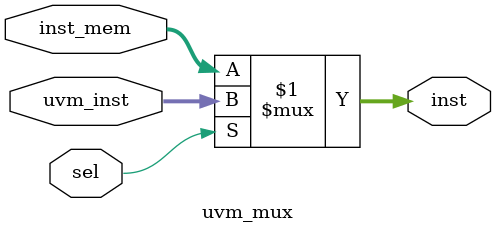
<source format=v>
`timescale 1ns / 1ps


module uvm_mux(
    input sel,
    input [31:0] inst_mem,uvm_inst,
    output [31:0] inst
    );
    
   assign inst = sel? uvm_inst:inst_mem;
endmodule

</source>
